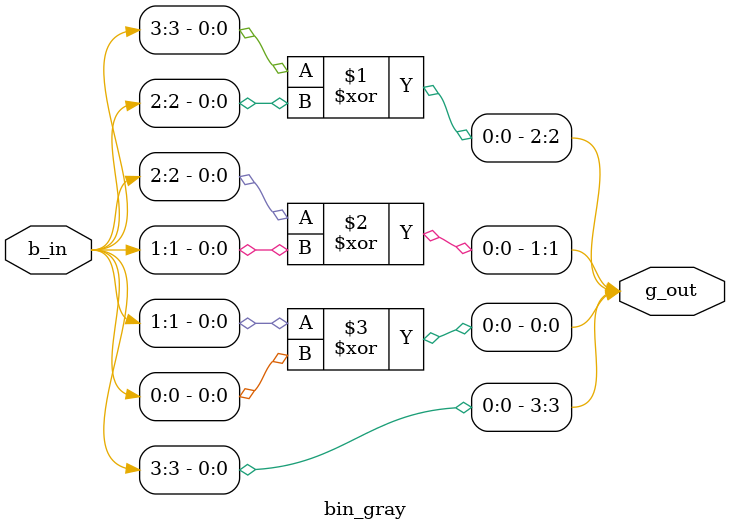
<source format=v>
module bin_gray
#(parameter WIDTH = 4)
 ( b_in , g_out );
input [WIDTH-1:0] b_in ;
output [WIDTH-1:0] g_out ;


assign g_out[3] = b_in[3];
assign g_out[2] = b_in[3] ^ b_in[2];
assign g_out[1] = b_in[2] ^ b_in[1];
assign g_out[0] = b_in[1] ^ b_in[0]; 

endmodule

</source>
